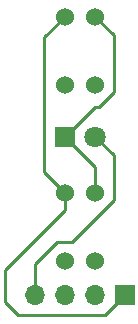
<source format=gbr>
%TF.GenerationSoftware,KiCad,Pcbnew,7.0.2-0*%
%TF.CreationDate,2023-08-02T22:41:30+09:00*%
%TF.ProjectId,line_front,6c696e65-5f66-4726-9f6e-742e6b696361,rev?*%
%TF.SameCoordinates,Original*%
%TF.FileFunction,Copper,L2,Bot*%
%TF.FilePolarity,Positive*%
%FSLAX46Y46*%
G04 Gerber Fmt 4.6, Leading zero omitted, Abs format (unit mm)*
G04 Created by KiCad (PCBNEW 7.0.2-0) date 2023-08-02 22:41:30*
%MOMM*%
%LPD*%
G01*
G04 APERTURE LIST*
%TA.AperFunction,ComponentPad*%
%ADD10C,1.524000*%
%TD*%
%TA.AperFunction,ComponentPad*%
%ADD11R,1.800000X1.800000*%
%TD*%
%TA.AperFunction,ComponentPad*%
%ADD12C,1.800000*%
%TD*%
%TA.AperFunction,ComponentPad*%
%ADD13R,1.700000X1.700000*%
%TD*%
%TA.AperFunction,ComponentPad*%
%ADD14O,1.700000X1.700000*%
%TD*%
%TA.AperFunction,Conductor*%
%ADD15C,0.250000*%
%TD*%
G04 APERTURE END LIST*
D10*
%TO.P,U8,1,K(-)*%
%TO.N,K2(-)*%
X153670000Y-78740000D03*
%TO.P,U8,2,VCC*%
%TO.N,+5V*%
X151130000Y-78740000D03*
%TO.P,U8,3,VOUT*%
%TO.N,D5*%
X151130000Y-84490000D03*
%TO.P,U8,4,GND*%
%TO.N,GND*%
X153670000Y-84490000D03*
%TD*%
%TO.P,U9,1,K(-)*%
%TO.N,K2(-)*%
X153670000Y-93645000D03*
%TO.P,U9,2,VCC*%
%TO.N,+5V*%
X151130000Y-93645000D03*
%TO.P,U9,3,VOUT*%
%TO.N,D5*%
X151130000Y-99395000D03*
%TO.P,U9,4,GND*%
%TO.N,GND*%
X153670000Y-99395000D03*
%TD*%
D11*
%TO.P,D5,1,K*%
%TO.N,K2(-)*%
X151130000Y-88900000D03*
D12*
%TO.P,D5,2,A*%
%TO.N,LED2*%
X153670000Y-88900000D03*
%TD*%
D13*
%TO.P,J29,1,Pin_1*%
%TO.N,+5V*%
X156200000Y-102305000D03*
D14*
%TO.P,J29,2,Pin_2*%
%TO.N,GND*%
X153660000Y-102305000D03*
%TO.P,J29,3,Pin_3*%
%TO.N,D5*%
X151120000Y-102305000D03*
%TO.P,J29,4,Pin_4*%
%TO.N,LED2*%
X148580000Y-102305000D03*
%TD*%
D15*
%TO.N,K2(-)*%
X155257000Y-85147357D02*
X154044357Y-86360000D01*
X155257000Y-80327000D02*
X155257000Y-85147357D01*
X154044357Y-86360000D02*
X153670000Y-86360000D01*
X153670000Y-93645000D02*
X153670000Y-91440000D01*
X153670000Y-86360000D02*
X151130000Y-88900000D01*
X153670000Y-78740000D02*
X155257000Y-80327000D01*
X153670000Y-91440000D02*
X151130000Y-88900000D01*
%TO.N,LED2*%
X155257000Y-90487000D02*
X155257000Y-94302357D01*
X153670000Y-88900000D02*
X155257000Y-90487000D01*
X151769357Y-97790000D02*
X150490643Y-97790000D01*
X150490643Y-97790000D02*
X148580000Y-99700643D01*
X155257000Y-94302357D02*
X151769357Y-97790000D01*
X148580000Y-99700643D02*
X148580000Y-102305000D01*
%TO.N,+5V*%
X146050000Y-102870000D02*
X146050000Y-100171102D01*
X151130000Y-95091102D02*
X151130000Y-93645000D01*
X151130000Y-78740000D02*
X149405000Y-80465000D01*
X147160000Y-103980000D02*
X146050000Y-102870000D01*
X149405000Y-80465000D02*
X149405000Y-91920000D01*
X146050000Y-100171102D02*
X151130000Y-95091102D01*
X149405000Y-91920000D02*
X151130000Y-93645000D01*
X156200000Y-102305000D02*
X154525000Y-103980000D01*
X154525000Y-103980000D02*
X147160000Y-103980000D01*
%TD*%
M02*

</source>
